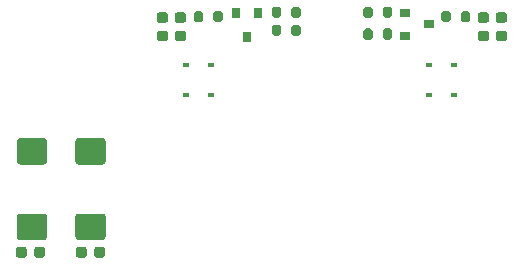
<source format=gbr>
%TF.GenerationSoftware,KiCad,Pcbnew,(5.1.10)-1*%
%TF.CreationDate,2022-01-17T02:00:54+07:00*%
%TF.ProjectId,Fan_controller_v3,46616e5f-636f-46e7-9472-6f6c6c65725f,rev?*%
%TF.SameCoordinates,Original*%
%TF.FileFunction,Paste,Bot*%
%TF.FilePolarity,Positive*%
%FSLAX46Y46*%
G04 Gerber Fmt 4.6, Leading zero omitted, Abs format (unit mm)*
G04 Created by KiCad (PCBNEW (5.1.10)-1) date 2022-01-17 02:00:54*
%MOMM*%
%LPD*%
G01*
G04 APERTURE LIST*
%ADD10R,0.900000X0.800000*%
%ADD11R,0.800000X0.900000*%
%ADD12R,0.600000X0.450000*%
G04 APERTURE END LIST*
%TO.C,R15*%
G36*
G01*
X108617000Y-76272000D02*
X108617000Y-75722000D01*
G75*
G02*
X108817000Y-75522000I200000J0D01*
G01*
X109217000Y-75522000D01*
G75*
G02*
X109417000Y-75722000I0J-200000D01*
G01*
X109417000Y-76272000D01*
G75*
G02*
X109217000Y-76472000I-200000J0D01*
G01*
X108817000Y-76472000D01*
G75*
G02*
X108617000Y-76272000I0J200000D01*
G01*
G37*
G36*
G01*
X106967000Y-76272000D02*
X106967000Y-75722000D01*
G75*
G02*
X107167000Y-75522000I200000J0D01*
G01*
X107567000Y-75522000D01*
G75*
G02*
X107767000Y-75722000I0J-200000D01*
G01*
X107767000Y-76272000D01*
G75*
G02*
X107567000Y-76472000I-200000J0D01*
G01*
X107167000Y-76472000D01*
G75*
G02*
X106967000Y-76272000I0J200000D01*
G01*
G37*
%TD*%
%TO.C,R13*%
G36*
G01*
X108616000Y-78113500D02*
X108616000Y-77563500D01*
G75*
G02*
X108816000Y-77363500I200000J0D01*
G01*
X109216000Y-77363500D01*
G75*
G02*
X109416000Y-77563500I0J-200000D01*
G01*
X109416000Y-78113500D01*
G75*
G02*
X109216000Y-78313500I-200000J0D01*
G01*
X108816000Y-78313500D01*
G75*
G02*
X108616000Y-78113500I0J200000D01*
G01*
G37*
G36*
G01*
X106966000Y-78113500D02*
X106966000Y-77563500D01*
G75*
G02*
X107166000Y-77363500I200000J0D01*
G01*
X107566000Y-77363500D01*
G75*
G02*
X107766000Y-77563500I0J-200000D01*
G01*
X107766000Y-78113500D01*
G75*
G02*
X107566000Y-78313500I-200000J0D01*
G01*
X107166000Y-78313500D01*
G75*
G02*
X106966000Y-78113500I0J200000D01*
G01*
G37*
%TD*%
%TO.C,R3*%
G36*
G01*
X100019000Y-75722000D02*
X100019000Y-76272000D01*
G75*
G02*
X99819000Y-76472000I-200000J0D01*
G01*
X99419000Y-76472000D01*
G75*
G02*
X99219000Y-76272000I0J200000D01*
G01*
X99219000Y-75722000D01*
G75*
G02*
X99419000Y-75522000I200000J0D01*
G01*
X99819000Y-75522000D01*
G75*
G02*
X100019000Y-75722000I0J-200000D01*
G01*
G37*
G36*
G01*
X101669000Y-75722000D02*
X101669000Y-76272000D01*
G75*
G02*
X101469000Y-76472000I-200000J0D01*
G01*
X101069000Y-76472000D01*
G75*
G02*
X100869000Y-76272000I0J200000D01*
G01*
X100869000Y-75722000D01*
G75*
G02*
X101069000Y-75522000I200000J0D01*
G01*
X101469000Y-75522000D01*
G75*
G02*
X101669000Y-75722000I0J-200000D01*
G01*
G37*
%TD*%
%TO.C,R1*%
G36*
G01*
X100869000Y-77796000D02*
X100869000Y-77246000D01*
G75*
G02*
X101069000Y-77046000I200000J0D01*
G01*
X101469000Y-77046000D01*
G75*
G02*
X101669000Y-77246000I0J-200000D01*
G01*
X101669000Y-77796000D01*
G75*
G02*
X101469000Y-77996000I-200000J0D01*
G01*
X101069000Y-77996000D01*
G75*
G02*
X100869000Y-77796000I0J200000D01*
G01*
G37*
G36*
G01*
X99219000Y-77796000D02*
X99219000Y-77246000D01*
G75*
G02*
X99419000Y-77046000I200000J0D01*
G01*
X99819000Y-77046000D01*
G75*
G02*
X100019000Y-77246000I0J-200000D01*
G01*
X100019000Y-77796000D01*
G75*
G02*
X99819000Y-77996000I-200000J0D01*
G01*
X99419000Y-77996000D01*
G75*
G02*
X99219000Y-77796000I0J200000D01*
G01*
G37*
%TD*%
D10*
%TO.C,Q5*%
X112541000Y-77010500D03*
X110541000Y-76060500D03*
X110541000Y-77960500D03*
%TD*%
D11*
%TO.C,Q1*%
X97145000Y-78060500D03*
X98095000Y-76060500D03*
X96195000Y-76060500D03*
%TD*%
%TO.C,R17*%
G36*
G01*
X115221000Y-76653000D02*
X115221000Y-76103000D01*
G75*
G02*
X115421000Y-75903000I200000J0D01*
G01*
X115821000Y-75903000D01*
G75*
G02*
X116021000Y-76103000I0J-200000D01*
G01*
X116021000Y-76653000D01*
G75*
G02*
X115821000Y-76853000I-200000J0D01*
G01*
X115421000Y-76853000D01*
G75*
G02*
X115221000Y-76653000I0J200000D01*
G01*
G37*
G36*
G01*
X113571000Y-76653000D02*
X113571000Y-76103000D01*
G75*
G02*
X113771000Y-75903000I200000J0D01*
G01*
X114171000Y-75903000D01*
G75*
G02*
X114371000Y-76103000I0J-200000D01*
G01*
X114371000Y-76653000D01*
G75*
G02*
X114171000Y-76853000I-200000J0D01*
G01*
X113771000Y-76853000D01*
G75*
G02*
X113571000Y-76653000I0J200000D01*
G01*
G37*
%TD*%
%TO.C,R5*%
G36*
G01*
X93415000Y-76103000D02*
X93415000Y-76653000D01*
G75*
G02*
X93215000Y-76853000I-200000J0D01*
G01*
X92815000Y-76853000D01*
G75*
G02*
X92615000Y-76653000I0J200000D01*
G01*
X92615000Y-76103000D01*
G75*
G02*
X92815000Y-75903000I200000J0D01*
G01*
X93215000Y-75903000D01*
G75*
G02*
X93415000Y-76103000I0J-200000D01*
G01*
G37*
G36*
G01*
X95065000Y-76103000D02*
X95065000Y-76653000D01*
G75*
G02*
X94865000Y-76853000I-200000J0D01*
G01*
X94465000Y-76853000D01*
G75*
G02*
X94265000Y-76653000I0J200000D01*
G01*
X94265000Y-76103000D01*
G75*
G02*
X94465000Y-75903000I200000J0D01*
G01*
X94865000Y-75903000D01*
G75*
G02*
X95065000Y-76103000I0J-200000D01*
G01*
G37*
%TD*%
D12*
%TO.C,D4*%
X114673000Y-82982000D03*
X112573000Y-82982000D03*
%TD*%
%TO.C,D3*%
X114673000Y-80442000D03*
X112573000Y-80442000D03*
%TD*%
%TO.C,D2*%
X94099000Y-82982000D03*
X91999000Y-82982000D03*
%TD*%
%TO.C,D1*%
X94099000Y-80442000D03*
X91999000Y-80442000D03*
%TD*%
%TO.C,C9*%
G36*
G01*
X84896001Y-88883000D02*
X82845999Y-88883000D01*
G75*
G02*
X82596000Y-88633001I0J249999D01*
G01*
X82596000Y-86882999D01*
G75*
G02*
X82845999Y-86633000I249999J0D01*
G01*
X84896001Y-86633000D01*
G75*
G02*
X85146000Y-86882999I0J-249999D01*
G01*
X85146000Y-88633001D01*
G75*
G02*
X84896001Y-88883000I-249999J0D01*
G01*
G37*
G36*
G01*
X84896001Y-95283000D02*
X82845999Y-95283000D01*
G75*
G02*
X82596000Y-95033001I0J249999D01*
G01*
X82596000Y-93282999D01*
G75*
G02*
X82845999Y-93033000I249999J0D01*
G01*
X84896001Y-93033000D01*
G75*
G02*
X85146000Y-93282999I0J-249999D01*
G01*
X85146000Y-95033001D01*
G75*
G02*
X84896001Y-95283000I-249999J0D01*
G01*
G37*
%TD*%
%TO.C,C6*%
G36*
G01*
X84196000Y-96567000D02*
X84196000Y-96067000D01*
G75*
G02*
X84421000Y-95842000I225000J0D01*
G01*
X84871000Y-95842000D01*
G75*
G02*
X85096000Y-96067000I0J-225000D01*
G01*
X85096000Y-96567000D01*
G75*
G02*
X84871000Y-96792000I-225000J0D01*
G01*
X84421000Y-96792000D01*
G75*
G02*
X84196000Y-96567000I0J225000D01*
G01*
G37*
G36*
G01*
X82646000Y-96567000D02*
X82646000Y-96067000D01*
G75*
G02*
X82871000Y-95842000I225000J0D01*
G01*
X83321000Y-95842000D01*
G75*
G02*
X83546000Y-96067000I0J-225000D01*
G01*
X83546000Y-96567000D01*
G75*
G02*
X83321000Y-96792000I-225000J0D01*
G01*
X82871000Y-96792000D01*
G75*
G02*
X82646000Y-96567000I0J225000D01*
G01*
G37*
%TD*%
%TO.C,C2*%
G36*
G01*
X79116000Y-96567000D02*
X79116000Y-96067000D01*
G75*
G02*
X79341000Y-95842000I225000J0D01*
G01*
X79791000Y-95842000D01*
G75*
G02*
X80016000Y-96067000I0J-225000D01*
G01*
X80016000Y-96567000D01*
G75*
G02*
X79791000Y-96792000I-225000J0D01*
G01*
X79341000Y-96792000D01*
G75*
G02*
X79116000Y-96567000I0J225000D01*
G01*
G37*
G36*
G01*
X77566000Y-96567000D02*
X77566000Y-96067000D01*
G75*
G02*
X77791000Y-95842000I225000J0D01*
G01*
X78241000Y-95842000D01*
G75*
G02*
X78466000Y-96067000I0J-225000D01*
G01*
X78466000Y-96567000D01*
G75*
G02*
X78241000Y-96792000I-225000J0D01*
G01*
X77791000Y-96792000D01*
G75*
G02*
X77566000Y-96567000I0J225000D01*
G01*
G37*
%TD*%
%TO.C,C1*%
G36*
G01*
X79943001Y-88883000D02*
X77892999Y-88883000D01*
G75*
G02*
X77643000Y-88633001I0J249999D01*
G01*
X77643000Y-86882999D01*
G75*
G02*
X77892999Y-86633000I249999J0D01*
G01*
X79943001Y-86633000D01*
G75*
G02*
X80193000Y-86882999I0J-249999D01*
G01*
X80193000Y-88633001D01*
G75*
G02*
X79943001Y-88883000I-249999J0D01*
G01*
G37*
G36*
G01*
X79943001Y-95283000D02*
X77892999Y-95283000D01*
G75*
G02*
X77643000Y-95033001I0J249999D01*
G01*
X77643000Y-93282999D01*
G75*
G02*
X77892999Y-93033000I249999J0D01*
G01*
X79943001Y-93033000D01*
G75*
G02*
X80193000Y-93282999I0J-249999D01*
G01*
X80193000Y-95033001D01*
G75*
G02*
X79943001Y-95283000I-249999J0D01*
G01*
G37*
%TD*%
%TO.C,C12*%
G36*
G01*
X116895000Y-77541500D02*
X117395000Y-77541500D01*
G75*
G02*
X117620000Y-77766500I0J-225000D01*
G01*
X117620000Y-78216500D01*
G75*
G02*
X117395000Y-78441500I-225000J0D01*
G01*
X116895000Y-78441500D01*
G75*
G02*
X116670000Y-78216500I0J225000D01*
G01*
X116670000Y-77766500D01*
G75*
G02*
X116895000Y-77541500I225000J0D01*
G01*
G37*
G36*
G01*
X116895000Y-75991500D02*
X117395000Y-75991500D01*
G75*
G02*
X117620000Y-76216500I0J-225000D01*
G01*
X117620000Y-76666500D01*
G75*
G02*
X117395000Y-76891500I-225000J0D01*
G01*
X116895000Y-76891500D01*
G75*
G02*
X116670000Y-76666500I0J225000D01*
G01*
X116670000Y-76216500D01*
G75*
G02*
X116895000Y-75991500I225000J0D01*
G01*
G37*
%TD*%
%TO.C,C11*%
G36*
G01*
X118419000Y-77541500D02*
X118919000Y-77541500D01*
G75*
G02*
X119144000Y-77766500I0J-225000D01*
G01*
X119144000Y-78216500D01*
G75*
G02*
X118919000Y-78441500I-225000J0D01*
G01*
X118419000Y-78441500D01*
G75*
G02*
X118194000Y-78216500I0J225000D01*
G01*
X118194000Y-77766500D01*
G75*
G02*
X118419000Y-77541500I225000J0D01*
G01*
G37*
G36*
G01*
X118419000Y-75991500D02*
X118919000Y-75991500D01*
G75*
G02*
X119144000Y-76216500I0J-225000D01*
G01*
X119144000Y-76666500D01*
G75*
G02*
X118919000Y-76891500I-225000J0D01*
G01*
X118419000Y-76891500D01*
G75*
G02*
X118194000Y-76666500I0J225000D01*
G01*
X118194000Y-76216500D01*
G75*
G02*
X118419000Y-75991500I225000J0D01*
G01*
G37*
%TD*%
%TO.C,C4*%
G36*
G01*
X89717000Y-77541500D02*
X90217000Y-77541500D01*
G75*
G02*
X90442000Y-77766500I0J-225000D01*
G01*
X90442000Y-78216500D01*
G75*
G02*
X90217000Y-78441500I-225000J0D01*
G01*
X89717000Y-78441500D01*
G75*
G02*
X89492000Y-78216500I0J225000D01*
G01*
X89492000Y-77766500D01*
G75*
G02*
X89717000Y-77541500I225000J0D01*
G01*
G37*
G36*
G01*
X89717000Y-75991500D02*
X90217000Y-75991500D01*
G75*
G02*
X90442000Y-76216500I0J-225000D01*
G01*
X90442000Y-76666500D01*
G75*
G02*
X90217000Y-76891500I-225000J0D01*
G01*
X89717000Y-76891500D01*
G75*
G02*
X89492000Y-76666500I0J225000D01*
G01*
X89492000Y-76216500D01*
G75*
G02*
X89717000Y-75991500I225000J0D01*
G01*
G37*
%TD*%
%TO.C,C3*%
G36*
G01*
X91241000Y-77541500D02*
X91741000Y-77541500D01*
G75*
G02*
X91966000Y-77766500I0J-225000D01*
G01*
X91966000Y-78216500D01*
G75*
G02*
X91741000Y-78441500I-225000J0D01*
G01*
X91241000Y-78441500D01*
G75*
G02*
X91016000Y-78216500I0J225000D01*
G01*
X91016000Y-77766500D01*
G75*
G02*
X91241000Y-77541500I225000J0D01*
G01*
G37*
G36*
G01*
X91241000Y-75991500D02*
X91741000Y-75991500D01*
G75*
G02*
X91966000Y-76216500I0J-225000D01*
G01*
X91966000Y-76666500D01*
G75*
G02*
X91741000Y-76891500I-225000J0D01*
G01*
X91241000Y-76891500D01*
G75*
G02*
X91016000Y-76666500I0J225000D01*
G01*
X91016000Y-76216500D01*
G75*
G02*
X91241000Y-75991500I225000J0D01*
G01*
G37*
%TD*%
M02*

</source>
